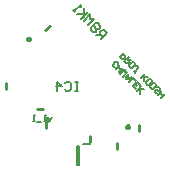
<source format=gbo>
%FSTAX23Y23*%
%MOIN*%
%SFA1B1*%

%IPPOS*%
%ADD10C,0.007870*%
%ADD11C,0.006000*%
%ADD44C,0.010000*%
%ADD45C,0.009840*%
%LNkoosh_sensor_top_v1_1-1*%
%LPD*%
G54D10*
X00286Y00126D02*
X00293D01*
X00286Y00063D02*
Y00126D01*
Y00063D02*
X00293D01*
Y00126*
X00306Y00133D02*
X00332D01*
G54D11*
X00415Y00388D02*
X0041D01*
X00406Y00392*
Y00397*
X00415Y00407*
X0042*
X00424Y00402*
Y00397*
X00417Y00381D02*
X00431Y00395D01*
X00424Y00388*
X00434Y00378*
X00427Y00371*
X00441Y00385*
X00431Y00366D02*
X00446Y00381D01*
Y00371*
X00455*
X00441Y00357*
X0046Y00366D02*
X0045Y00357D01*
Y00348*
X0046*
X00469Y00357*
X00462Y0035*
X00453Y00359*
X0046Y00338D02*
X00474Y00352D01*
X00483Y00343*
Y00315D02*
X00474Y00324D01*
X00488Y00338*
X00497Y00329*
X00481Y00331D02*
X00486Y00326D01*
X00488Y0031D02*
X00502Y00324D01*
X00497Y00319*
Y003*
Y00315*
X00512*
X00445Y00436D02*
X0043Y00422D01*
X00437Y00415*
X00442*
X00447Y0042*
Y00424*
X0044Y00431*
X00459Y00422D02*
X00445Y00408D01*
X00452Y00401*
X00456*
X00461Y00405*
Y0041*
X00454Y00417*
X00459Y00412D02*
X00468D01*
X00466Y00387D02*
X00461Y00391D01*
Y00396*
X0047Y00405*
X00475*
X0048Y00401*
Y00396*
X0047Y00387*
X00466*
X00482Y0037D02*
X00477Y00375D01*
X0048Y00372*
X00492Y00384*
Y00389*
X00489Y00391*
X00485*
X00501Y00351D02*
X00515Y00365D01*
X0051Y00361*
Y00342*
Y00356*
X00525*
X00522Y0033D02*
X00518Y00335D01*
Y00339*
X00527Y00349*
X00532*
X00536Y00344*
Y00339*
X00527Y0033*
X00522*
X00536Y00316D02*
X00532Y00321D01*
Y00325*
X00541Y00335*
X00546*
X00551Y0033*
Y00325*
X00541Y00316*
X00536*
X00555Y00302D02*
X00551D01*
X00546Y00306*
Y00311*
X00548Y00313*
X00553*
X00558Y00309*
X00562*
X00565Y00311*
Y00316*
X0056Y00321*
X00555*
X00558Y00295D02*
X00572Y00309D01*
X00565Y00302*
X00574Y00292*
X00567Y00285*
X00581Y00299*
X00204Y00222D02*
X00198Y00209D01*
X00191Y00222*
X00184Y00209D02*
X00178D01*
X00181*
Y00229*
X00184Y00225*
X00168Y00206D02*
X00154D01*
X00148Y00209D02*
X00141D01*
X00144*
Y00229*
X00148Y00225*
X00292Y00339D02*
X00282D01*
X00287*
Y0031*
X00292*
X00282*
X00247Y00335D02*
X00252Y00339D01*
X00262*
X00267Y00335*
Y00315*
X00262Y0031*
X00252*
X00247Y00315*
X00222Y0031D02*
Y00339D01*
X00237Y00325*
X00217*
X00367Y00481D02*
X00388Y00502D01*
X00377Y00513*
X0037*
X00363Y00506*
Y00499*
X00374Y00488*
X00367Y00495D02*
X00352D01*
X00363Y0052D02*
Y00527D01*
X00356Y00534*
X00349*
X00345Y00531*
Y00524*
X00338*
X00335Y0052*
Y00513*
X00342Y00506*
X00349*
X00352Y0051*
Y00517*
X0036*
X00363Y0052*
X00352Y00517D02*
X00345Y00524D01*
X00324Y00529D02*
X00345Y0055D01*
X00331*
Y00565*
X0031Y00543*
X00324Y00572D02*
X00302Y0055D01*
X0031Y00557*
Y00586*
Y00565*
X00288*
X00281Y00572D02*
X00274Y00579D01*
X00278Y00575*
X00299Y00596*
Y00589*
G54D44*
X00495Y00175D02*
Y00195D01*
X00422Y00114D02*
Y00134D01*
X00329Y0014D02*
Y0016D01*
X00184Y00185D02*
Y00205D01*
X00155Y00249D02*
X00175D01*
X00049Y00315D02*
Y00335D01*
X00182Y00512D02*
X00197Y00527D01*
G54D45*
X00129Y00482D02*
D01*
X00129Y00483*
X00129Y00483*
X00129Y00483*
X00129Y00484*
X00129Y00484*
X00129Y00484*
X00129Y00485*
X00129Y00485*
X00128Y00485*
X00128Y00486*
X00128Y00486*
X00128Y00486*
X00128Y00486*
X00127Y00487*
X00127Y00487*
X00127Y00487*
X00126Y00487*
X00126Y00487*
X00126Y00487*
X00125Y00487*
X00125Y00487*
X00125Y00487*
X00124*
X00124Y00487*
X00124Y00487*
X00123Y00487*
X00123Y00487*
X00123Y00487*
X00122Y00487*
X00122Y00487*
X00122Y00487*
X00121Y00486*
X00121Y00486*
X00121Y00486*
X00121Y00486*
X00121Y00485*
X0012Y00485*
X0012Y00485*
X0012Y00484*
X0012Y00484*
X0012Y00484*
X0012Y00483*
X0012Y00483*
X0012Y00483*
X0012Y00482*
X0012Y00482*
X0012Y00482*
X0012Y00481*
X0012Y00481*
X0012Y00481*
X0012Y0048*
X0012Y0048*
X0012Y0048*
X00121Y0048*
X00121Y00479*
X00121Y00479*
X00121Y00479*
X00121Y00479*
X00122Y00478*
X00122Y00478*
X00122Y00478*
X00123Y00478*
X00123Y00478*
X00123Y00478*
X00124Y00478*
X00124Y00478*
X00124Y00478*
X00125*
X00125Y00478*
X00125Y00478*
X00126Y00478*
X00126Y00478*
X00126Y00478*
X00127Y00478*
X00127Y00478*
X00127Y00478*
X00128Y00479*
X00128Y00479*
X00128Y00479*
X00128Y00479*
X00128Y0048*
X00129Y0048*
X00129Y0048*
X00129Y0048*
X00129Y00481*
X00129Y00481*
X00129Y00481*
X00129Y00482*
X00129Y00482*
X00129Y00482*
X00193Y00214D02*
D01*
X00193Y00215*
X00193Y00215*
X00193Y00215*
X00193Y00216*
X00193Y00216*
X00193Y00216*
X00192Y00217*
X00192Y00217*
X00192Y00217*
X00192Y00217*
X00192Y00218*
X00191Y00218*
X00191Y00218*
X00191Y00218*
X00191Y00218*
X0019Y00219*
X0019Y00219*
X0019Y00219*
X00189Y00219*
X00189Y00219*
X00189Y00219*
X00188Y00219*
X00188*
X00188Y00219*
X00187Y00219*
X00187Y00219*
X00187Y00219*
X00186Y00219*
X00186Y00219*
X00186Y00218*
X00185Y00218*
X00185Y00218*
X00185Y00218*
X00185Y00218*
X00184Y00217*
X00184Y00217*
X00184Y00217*
X00184Y00217*
X00184Y00216*
X00183Y00216*
X00183Y00216*
X00183Y00215*
X00183Y00215*
X00183Y00215*
X00183Y00214*
X00183Y00214*
X00183Y00214*
X00183Y00213*
X00183Y00213*
X00183Y00213*
X00184Y00212*
X00184Y00212*
X00184Y00212*
X00184Y00211*
X00184Y00211*
X00185Y00211*
X00185Y00211*
X00185Y0021*
X00185Y0021*
X00186Y0021*
X00186Y0021*
X00186Y0021*
X00187Y0021*
X00187Y00209*
X00187Y00209*
X00188Y00209*
X00188Y00209*
X00188*
X00189Y00209*
X00189Y00209*
X00189Y00209*
X0019Y0021*
X0019Y0021*
X0019Y0021*
X00191Y0021*
X00191Y0021*
X00191Y0021*
X00191Y00211*
X00192Y00211*
X00192Y00211*
X00192Y00211*
X00192Y00212*
X00192Y00212*
X00193Y00212*
X00193Y00213*
X00193Y00213*
X00193Y00213*
X00193Y00214*
X00193Y00214*
X00193Y00214*
X00461Y0019D02*
D01*
X00461Y0019*
X00461Y0019*
X00461Y00191*
X0046Y00191*
X0046Y00191*
X0046Y00192*
X0046Y00192*
X0046Y00192*
X0046Y00192*
X00459Y00193*
X00459Y00193*
X00459Y00193*
X00459Y00193*
X00458Y00194*
X00458Y00194*
X00458Y00194*
X00458Y00194*
X00457Y00194*
X00457Y00194*
X00457Y00194*
X00456Y00194*
X00456Y00194*
X00456*
X00455Y00194*
X00455Y00194*
X00455Y00194*
X00454Y00194*
X00454Y00194*
X00454Y00194*
X00453Y00194*
X00453Y00194*
X00453Y00193*
X00452Y00193*
X00452Y00193*
X00452Y00193*
X00452Y00192*
X00452Y00192*
X00451Y00192*
X00451Y00192*
X00451Y00191*
X00451Y00191*
X00451Y00191*
X00451Y0019*
X00451Y0019*
X00451Y0019*
X00451Y00189*
X00451Y00189*
X00451Y00189*
X00451Y00188*
X00451Y00188*
X00451Y00188*
X00451Y00187*
X00452Y00187*
X00452Y00187*
X00452Y00186*
X00452Y00186*
X00452Y00186*
X00453Y00186*
X00453Y00185*
X00453Y00185*
X00454Y00185*
X00454Y00185*
X00454Y00185*
X00455Y00185*
X00455Y00185*
X00455Y00185*
X00456Y00185*
X00456*
X00456Y00185*
X00457Y00185*
X00457Y00185*
X00457Y00185*
X00458Y00185*
X00458Y00185*
X00458Y00185*
X00458Y00185*
X00459Y00186*
X00459Y00186*
X00459Y00186*
X00459Y00186*
X0046Y00187*
X0046Y00187*
X0046Y00187*
X0046Y00188*
X0046Y00188*
X0046Y00188*
X00461Y00189*
X00461Y00189*
X00461Y00189*
X00461Y0019*
M02*
</source>
